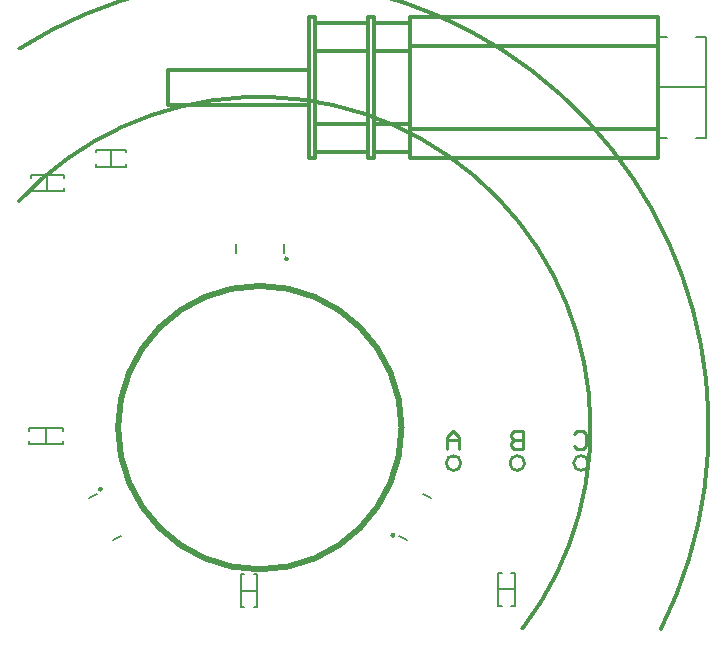
<source format=gbo>
G04*
G04 #@! TF.GenerationSoftware,Altium Limited,Altium Designer,24.4.1 (13)*
G04*
G04 Layer_Color=32896*
%FSLAX44Y44*%
%MOMM*%
G71*
G04*
G04 #@! TF.SameCoordinates,1D3D786A-4C35-496E-9A10-02EDD5D57B8C*
G04*
G04*
G04 #@! TF.FilePolarity,Positive*
G04*
G01*
G75*
%ADD12C,0.2540*%
%ADD13C,0.3000*%
%ADD14C,0.2000*%
%ADD16C,0.5000*%
%ADD17C,0.1500*%
%ADD18C,0.1270*%
D12*
X170238Y-30000D02*
G03*
X170238Y-30000I-6238J0D01*
G01*
X278238D02*
G03*
X278238Y-30000I-6238J0D01*
G01*
X224238D02*
G03*
X224238Y-30000I-6238J0D01*
G01*
X222460Y-3225D02*
Y-18460D01*
X214842D01*
X212303Y-15921D01*
Y-13382D01*
X214842Y-10842D01*
X222460D01*
X214842D01*
X212303Y-8303D01*
Y-5764D01*
X214842Y-3225D01*
X222460D01*
X266303Y-5764D02*
X268842Y-3225D01*
X273921D01*
X276460Y-5764D01*
Y-15921D01*
X273921Y-18460D01*
X268842D01*
X266303Y-15921D01*
X168460Y-18460D02*
Y-8303D01*
X163382Y-3225D01*
X158303Y-8303D01*
Y-18460D01*
Y-10842D01*
X168460D01*
D13*
X339682Y-170342D02*
G03*
X-203558Y320880I-339682J170342D01*
G01*
X222306Y-170235D02*
G03*
X-203867Y191933I-222306J170235D01*
G01*
X113295Y-90986D02*
G03*
X113295Y-90986I-707J0D01*
G01*
X23207Y143000D02*
G03*
X23207Y143000I-707J0D01*
G01*
X-134381Y-52014D02*
G03*
X-134381Y-52014I-707J0D01*
G01*
X127000Y348000D02*
X337000D01*
X127000Y323000D02*
X337000D01*
X127000Y253000D02*
X337000D01*
X127000Y228000D02*
X337000D01*
X47000Y257000D02*
X92000D01*
X47000Y343000D02*
X92000D01*
X47000Y319000D02*
X92000D01*
X-78000Y303000D02*
X42000D01*
X-78000Y273000D02*
X42000D01*
X47000Y233000D02*
X92000D01*
X42000Y228000D02*
Y348000D01*
X97000Y257000D02*
X127000D01*
X97000Y343000D02*
X127000D01*
X97000Y319000D02*
X127000D01*
X97000Y233000D02*
X127000D01*
X42000Y348000D02*
X47000D01*
X42000Y228000D02*
X47000D01*
X337000D02*
Y348000D01*
X127000Y228000D02*
Y348000D01*
Y228000D02*
Y253000D01*
Y323000D02*
Y348000D01*
X92000Y228000D02*
Y348000D01*
X97000Y228000D02*
Y348000D01*
X47000Y228000D02*
Y348000D01*
X-78000Y273000D02*
Y303000D01*
X92000Y348000D02*
X97000D01*
X92000Y228000D02*
X97000D01*
D14*
X369500Y245000D02*
X377500D01*
Y331000D01*
X369500D02*
X377500D01*
X336500D02*
X344500D01*
X336500Y245000D02*
Y331000D01*
Y245000D02*
X344500D01*
X336500Y288000D02*
X377500D01*
D16*
X120000Y-0D02*
G03*
X120000Y-0I-120000J0D01*
G01*
D17*
X-113300Y221000D02*
Y222920D01*
X-138700Y221000D02*
X-113300D01*
X-138700D02*
Y222920D01*
Y233080D02*
Y235000D01*
X-113300D01*
Y233080D02*
Y235000D01*
X-126000Y221000D02*
Y235000D01*
X-194000Y211000D02*
Y214000D01*
X-166000D01*
Y211000D02*
Y214000D01*
Y200000D02*
Y203000D01*
X-194000Y200000D02*
X-166000D01*
X-194000D02*
Y203000D01*
X-180000Y200000D02*
Y214000D01*
X202000Y-151000D02*
X205000D01*
X202000D02*
Y-123000D01*
X205000D01*
X213000D02*
X216000D01*
Y-151000D02*
Y-123000D01*
X213000Y-151000D02*
X216000D01*
X202000Y-137000D02*
X216000D01*
X-16000Y-138000D02*
X-2000D01*
X-16000Y-124000D02*
X-13000D01*
X-16000Y-152000D02*
Y-124000D01*
Y-152000D02*
X-13000D01*
X-5000D02*
X-2000D01*
Y-124000D01*
X-5000D02*
X-2000D01*
X-181000Y-14000D02*
Y0D01*
X-167000Y-3000D02*
Y0D01*
X-195000D02*
X-167000D01*
X-195000Y-3000D02*
Y0D01*
Y-14000D02*
Y-11000D01*
Y-14000D02*
X-167000D01*
Y-11000D01*
D18*
X138245Y-56146D02*
X144848Y-59959D01*
X117745Y-91653D02*
X124348Y-95466D01*
X20500Y147800D02*
Y155425D01*
X-20500Y147800D02*
Y155425D01*
X-144848Y-59959D02*
X-138245Y-56146D01*
X-124348Y-95466D02*
X-117745Y-91653D01*
M02*

</source>
